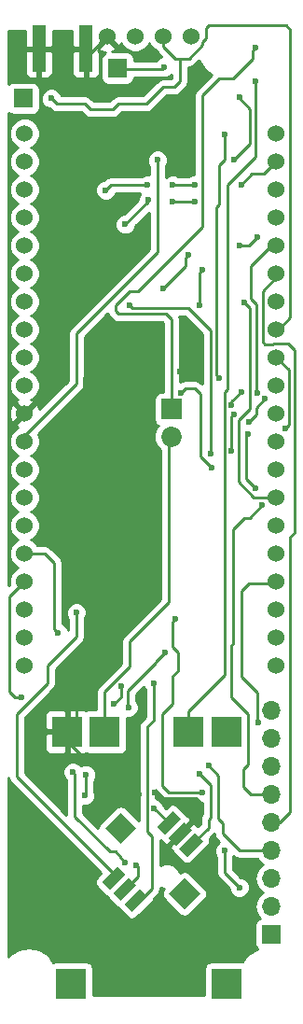
<source format=gbr>
G04 #@! TF.FileFunction,Copper,L1,Top,Signal*
%FSLAX46Y46*%
G04 Gerber Fmt 4.6, Leading zero omitted, Abs format (unit mm)*
G04 Created by KiCad (PCBNEW 4.0.4-stable) date 06/30/17 00:29:43*
%MOMM*%
%LPD*%
G01*
G04 APERTURE LIST*
%ADD10C,0.100000*%
%ADD11R,1.270000X4.191000*%
%ADD12C,1.524000*%
%ADD13R,1.850000X1.850000*%
%ADD14C,1.850000*%
%ADD15R,2.800000X2.800000*%
%ADD16R,1.700000X1.700000*%
%ADD17O,1.700000X1.700000*%
%ADD18C,0.600000*%
%ADD19C,0.250000*%
%ADD20C,0.254000*%
G04 APERTURE END LIST*
D10*
D11*
X56781700Y-49339500D03*
X61074300Y-49339500D03*
D12*
X62992000Y-48260000D03*
X65532000Y-48260000D03*
X68072000Y-48260000D03*
X70612000Y-48260000D03*
D13*
X68834000Y-82042000D03*
D14*
X68834000Y-84542000D03*
D10*
G36*
X70268688Y-122628035D02*
X69561581Y-121920928D01*
X70975794Y-120506715D01*
X71682901Y-121213822D01*
X70268688Y-122628035D01*
X70268688Y-122628035D01*
G37*
G36*
X69261060Y-121620408D02*
X68553953Y-120913301D01*
X69968166Y-119499088D01*
X70675273Y-120206195D01*
X69261060Y-121620408D01*
X69261060Y-121620408D01*
G37*
G36*
X68253433Y-120612780D02*
X67546326Y-119905673D01*
X68960539Y-118491460D01*
X69667646Y-119198567D01*
X68253433Y-120612780D01*
X68253433Y-120612780D01*
G37*
G36*
X63232975Y-125633239D02*
X62525868Y-124926132D01*
X63940081Y-123511919D01*
X64647188Y-124219026D01*
X63232975Y-125633239D01*
X63232975Y-125633239D01*
G37*
G36*
X65248229Y-127648493D02*
X64541122Y-126941386D01*
X65955335Y-125527173D01*
X66662442Y-126234280D01*
X65248229Y-127648493D01*
X65248229Y-127648493D01*
G37*
G36*
X64240602Y-126640866D02*
X63533495Y-125933759D01*
X64947708Y-124519546D01*
X65654815Y-125226653D01*
X64240602Y-126640866D01*
X64240602Y-126640866D01*
G37*
G36*
X70021200Y-127401006D02*
X68606986Y-125986792D01*
X70021200Y-124572578D01*
X71435414Y-125986792D01*
X70021200Y-127401006D01*
X70021200Y-127401006D01*
G37*
G36*
X64222924Y-121461309D02*
X62808710Y-120047095D01*
X64222924Y-118632881D01*
X65637138Y-120047095D01*
X64222924Y-121461309D01*
X64222924Y-121461309D01*
G37*
D12*
X55499000Y-57023000D03*
X55499000Y-59563000D03*
X55499000Y-62103000D03*
X55499000Y-64643000D03*
X55499000Y-67183000D03*
X55499000Y-69723000D03*
X55499000Y-72263000D03*
X55499000Y-74803000D03*
X55499000Y-77343000D03*
X55499000Y-79883000D03*
X55499000Y-82423000D03*
X55499000Y-84963000D03*
X55499000Y-87503000D03*
X55499000Y-90043000D03*
X55499000Y-92583000D03*
X55499000Y-95123000D03*
X55499000Y-97663000D03*
X55499000Y-100203000D03*
X55499000Y-102743000D03*
X55499000Y-105283000D03*
X78359000Y-57023000D03*
X78359000Y-59563000D03*
X78359000Y-62103000D03*
X78359000Y-64643000D03*
X78359000Y-67183000D03*
X78359000Y-69723000D03*
X78359000Y-72263000D03*
X78359000Y-74803000D03*
X78359000Y-77343000D03*
X78359000Y-79883000D03*
X78359000Y-82423000D03*
X78359000Y-84963000D03*
X78359000Y-87503000D03*
X78359000Y-90043000D03*
X78359000Y-92583000D03*
X78359000Y-95123000D03*
X78359000Y-97663000D03*
X78359000Y-100203000D03*
X78359000Y-102743000D03*
X78359000Y-105283000D03*
D15*
X62765000Y-111290000D03*
X70365000Y-111290000D03*
X59365000Y-111290000D03*
X73865000Y-111290000D03*
X59665000Y-134190000D03*
X73865000Y-134190000D03*
D16*
X77914500Y-129667000D03*
D17*
X77914500Y-127127000D03*
X77914500Y-124587000D03*
X77914500Y-122047000D03*
X77914500Y-119507000D03*
X77914500Y-116967000D03*
X77914500Y-114427000D03*
X77914500Y-111887000D03*
X77914500Y-109347000D03*
D16*
X63944500Y-51117500D03*
X55372000Y-53848000D03*
D18*
X71501000Y-78803500D03*
X69596000Y-78613000D03*
X66865500Y-78613000D03*
X60896500Y-80772000D03*
X62293500Y-95504000D03*
X65849500Y-116967000D03*
X67310000Y-116840000D03*
X61722000Y-53848000D03*
X72199500Y-114363500D03*
X67564000Y-59436000D03*
X57912000Y-53848000D03*
X68199000Y-50990500D03*
X76454000Y-49276000D03*
X60198000Y-100457000D03*
X65659000Y-123380500D03*
X71628000Y-116776500D03*
X69151500Y-101092000D03*
X64262000Y-107188000D03*
X63627000Y-108775500D03*
X55245000Y-108204000D03*
X67246500Y-106934000D03*
X58547000Y-102362000D03*
X71374000Y-115125500D03*
X67246500Y-118237000D03*
X60960000Y-117094000D03*
X61087000Y-115189000D03*
X64960500Y-109093000D03*
X68262500Y-104140000D03*
X76454000Y-52324000D03*
X76644500Y-66421000D03*
X74993500Y-67183000D03*
X71628000Y-69405500D03*
X71374000Y-72644000D03*
X75184000Y-61658500D03*
X70993000Y-63182500D03*
X68897500Y-63246000D03*
X66738500Y-63055500D03*
X64643000Y-65278000D03*
X74993500Y-53721000D03*
X74485500Y-59436000D03*
X70993000Y-61658500D03*
X68961000Y-61722000D03*
X66675000Y-61722000D03*
X62865000Y-62166500D03*
X77343000Y-81089500D03*
X75882500Y-83185000D03*
X74485500Y-82486500D03*
X74295000Y-85788500D03*
X79184500Y-83756500D03*
X72453500Y-87376000D03*
X69659500Y-80581500D03*
X70358000Y-68072000D03*
X68072000Y-71120000D03*
X73660000Y-57150000D03*
X73152000Y-79248000D03*
X72390000Y-86106000D03*
X65024000Y-72644000D03*
X75438000Y-72390000D03*
X76644500Y-80581500D03*
X75184000Y-80454500D03*
X74295000Y-81661000D03*
X75755500Y-84264500D03*
X76454000Y-89217500D03*
X77089000Y-90741500D03*
X76708000Y-110490000D03*
X73660000Y-122047000D03*
X74993500Y-125412500D03*
X64643000Y-123126500D03*
X59880500Y-114935000D03*
D19*
X71501000Y-78803500D02*
X71310500Y-78613000D01*
X71310500Y-78613000D02*
X69596000Y-78613000D01*
X66865500Y-78613000D02*
X66738500Y-78486000D01*
X66738500Y-78486000D02*
X61595000Y-78486000D01*
X61595000Y-78486000D02*
X60896500Y-79184500D01*
X60896500Y-79184500D02*
X60896500Y-80772000D01*
X60198000Y-108775500D02*
X60198000Y-110457000D01*
X61912500Y-107061000D02*
X60198000Y-108775500D01*
X61912500Y-95885000D02*
X61912500Y-107061000D01*
X62293500Y-95504000D02*
X61912500Y-95885000D01*
X60198000Y-110457000D02*
X59365000Y-111290000D01*
X59365000Y-111290000D02*
X59365000Y-112133500D01*
X59365000Y-112133500D02*
X64198500Y-116967000D01*
X64198500Y-116967000D02*
X65849500Y-116967000D01*
X67310000Y-116840000D02*
X67754500Y-117284500D01*
X67754500Y-117284500D02*
X71056500Y-117284500D01*
X71056500Y-117284500D02*
X71437500Y-117665500D01*
X71437500Y-117665500D02*
X71437500Y-118736861D01*
X71437500Y-118736861D02*
X69614613Y-120559748D01*
X60706000Y-52324000D02*
X60706000Y-52832000D01*
X60706000Y-52832000D02*
X61722000Y-53848000D01*
X56781700Y-49339500D02*
X56781700Y-52209700D01*
X61074300Y-51955700D02*
X61074300Y-50177700D01*
X60198000Y-52832000D02*
X60706000Y-52324000D01*
X60706000Y-52324000D02*
X61074300Y-51955700D01*
X57404000Y-52832000D02*
X60198000Y-52832000D01*
X56781700Y-52209700D02*
X57404000Y-52832000D01*
X61074300Y-50177700D02*
X62992000Y-48260000D01*
X74993500Y-122047000D02*
X77914500Y-122047000D01*
X73469500Y-120523000D02*
X74993500Y-122047000D01*
X73469500Y-119570500D02*
X73469500Y-120523000D01*
X73088500Y-119189500D02*
X73469500Y-119570500D01*
X73088500Y-115252500D02*
X73088500Y-119189500D01*
X72199500Y-114363500D02*
X73088500Y-115252500D01*
X55499000Y-84963000D02*
X55499000Y-84455000D01*
X55499000Y-84455000D02*
X60198000Y-79756000D01*
X60198000Y-79756000D02*
X60198000Y-75184000D01*
X60198000Y-75184000D02*
X67564000Y-67818000D01*
X67564000Y-67818000D02*
X67564000Y-59436000D01*
X69596000Y-52324000D02*
X69596000Y-50228500D01*
X69088000Y-52832000D02*
X69596000Y-52324000D01*
X68072000Y-52832000D02*
X69088000Y-52832000D01*
X66548000Y-54356000D02*
X68072000Y-52832000D01*
X64008000Y-54356000D02*
X66548000Y-54356000D01*
X63500000Y-54864000D02*
X64008000Y-54356000D01*
X61468000Y-54864000D02*
X63500000Y-54864000D01*
X60960000Y-54356000D02*
X61468000Y-54864000D01*
X58420000Y-54356000D02*
X60960000Y-54356000D01*
X57912000Y-53848000D02*
X58420000Y-54356000D01*
X78359000Y-74803000D02*
X78549500Y-74803000D01*
X78549500Y-74803000D02*
X79629000Y-73723500D01*
X79629000Y-73723500D02*
X79629000Y-47625000D01*
X79629000Y-47625000D02*
X79248000Y-47244000D01*
X79248000Y-47244000D02*
X72199500Y-47244000D01*
X72199500Y-47244000D02*
X71945500Y-47498000D01*
X71945500Y-47498000D02*
X71945500Y-48387000D01*
X71945500Y-48387000D02*
X71628000Y-48704500D01*
X71628000Y-48704500D02*
X71628000Y-49022000D01*
X71628000Y-49022000D02*
X70421500Y-50228500D01*
X70421500Y-50228500D02*
X69596000Y-50228500D01*
X69596000Y-50228500D02*
X69151500Y-50228500D01*
X69151500Y-50228500D02*
X68072000Y-49149000D01*
X68072000Y-49149000D02*
X68072000Y-48260000D01*
X68008500Y-51181000D02*
X64008000Y-51181000D01*
X68199000Y-50990500D02*
X68008500Y-51181000D01*
X64008000Y-51181000D02*
X63944500Y-51117500D01*
X68834000Y-82042000D02*
X68834000Y-73914000D01*
X76200000Y-49530000D02*
X76454000Y-49276000D01*
X76200000Y-50292000D02*
X76200000Y-49530000D01*
X74422000Y-52070000D02*
X76200000Y-50292000D01*
X73152000Y-52070000D02*
X74422000Y-52070000D01*
X71628000Y-53594000D02*
X73152000Y-52070000D01*
X71628000Y-65532000D02*
X71628000Y-53594000D01*
X65786000Y-71374000D02*
X71628000Y-65532000D01*
X65024000Y-71374000D02*
X65786000Y-71374000D01*
X63754000Y-72644000D02*
X65024000Y-71374000D01*
X63754000Y-73152000D02*
X63754000Y-72644000D01*
X64008000Y-73406000D02*
X63754000Y-73152000D01*
X68326000Y-73406000D02*
X64008000Y-73406000D01*
X68834000Y-73914000D02*
X68326000Y-73406000D01*
X62765000Y-111290000D02*
X62765000Y-107669000D01*
X68580000Y-99568000D02*
X68580000Y-84796000D01*
X65024000Y-103124000D02*
X68580000Y-99568000D01*
X65024000Y-105410000D02*
X65024000Y-103124000D01*
X62765000Y-107669000D02*
X65024000Y-105410000D01*
X68580000Y-84796000D02*
X68834000Y-84542000D01*
X63586528Y-124572579D02*
X63586528Y-124165528D01*
X63586528Y-124165528D02*
X54800500Y-115379500D01*
X54800500Y-115379500D02*
X54800500Y-109664500D01*
X54800500Y-109664500D02*
X57594500Y-106870500D01*
X57594500Y-106870500D02*
X57594500Y-105283000D01*
X57594500Y-105283000D02*
X60198000Y-102679500D01*
X60198000Y-102679500D02*
X60198000Y-100457000D01*
X65786000Y-124388361D02*
X64594155Y-125580206D01*
X65786000Y-123507500D02*
X65786000Y-124388361D01*
X65659000Y-123380500D02*
X65786000Y-123507500D01*
X68580000Y-116776500D02*
X71628000Y-116776500D01*
X68008500Y-116205000D02*
X68580000Y-116776500D01*
X68008500Y-109728000D02*
X68008500Y-116205000D01*
X68961000Y-108775500D02*
X68008500Y-109728000D01*
X68961000Y-106235500D02*
X68961000Y-108775500D01*
X69405500Y-105791000D02*
X68961000Y-106235500D01*
X69405500Y-104076500D02*
X69405500Y-105791000D01*
X68961000Y-103632000D02*
X69405500Y-104076500D01*
X68961000Y-101282500D02*
X68961000Y-103632000D01*
X69151500Y-101092000D02*
X68961000Y-101282500D01*
X55499000Y-97663000D02*
X54102000Y-99060000D01*
X64262000Y-108140500D02*
X64262000Y-107188000D01*
X63627000Y-108775500D02*
X64262000Y-108140500D01*
X54610000Y-108204000D02*
X55245000Y-108204000D01*
X54102000Y-107696000D02*
X54610000Y-108204000D01*
X54102000Y-99060000D02*
X54102000Y-107696000D01*
X65601782Y-126587833D02*
X66007667Y-126587833D01*
X66007667Y-126587833D02*
X67056000Y-125539500D01*
X67056000Y-125539500D02*
X67056000Y-120777000D01*
X67056000Y-120777000D02*
X66611500Y-120332500D01*
X66611500Y-120332500D02*
X66611500Y-110871000D01*
X66611500Y-110871000D02*
X67246500Y-110236000D01*
X67246500Y-110236000D02*
X67246500Y-106934000D01*
X57340500Y-95123000D02*
X55499000Y-95123000D01*
X58166000Y-95948500D02*
X57340500Y-95123000D01*
X58166000Y-101981000D02*
X58166000Y-95948500D01*
X58547000Y-102362000D02*
X58166000Y-101981000D01*
X71374000Y-115125500D02*
X72390000Y-116141500D01*
X72390000Y-116141500D02*
X72390000Y-119062500D01*
X72390000Y-119062500D02*
X72199500Y-119253000D01*
X72199500Y-119253000D02*
X72199500Y-119990116D01*
X72199500Y-119990116D02*
X70622241Y-121567375D01*
X68606986Y-119552120D02*
X68561620Y-119552120D01*
X68561620Y-119552120D02*
X67246500Y-118237000D01*
X60960000Y-117094000D02*
X61087000Y-116967000D01*
X61087000Y-116967000D02*
X61087000Y-115189000D01*
X64960500Y-109093000D02*
X64897000Y-109029500D01*
X64897000Y-109029500D02*
X64897000Y-107569000D01*
X64897000Y-107569000D02*
X67437000Y-105029000D01*
X67437000Y-105029000D02*
X67437000Y-104965500D01*
X67437000Y-104965500D02*
X68262500Y-104140000D01*
X70365000Y-111290000D02*
X70365000Y-109467000D01*
X76454000Y-59182000D02*
X76454000Y-52324000D01*
X73914000Y-61722000D02*
X76454000Y-59182000D01*
X73914000Y-80264000D02*
X73914000Y-61722000D01*
X73660000Y-80518000D02*
X73914000Y-80264000D01*
X73660000Y-106172000D02*
X73660000Y-80518000D01*
X70365000Y-109467000D02*
X73660000Y-106172000D01*
X76644500Y-66421000D02*
X75882500Y-67183000D01*
X75882500Y-67183000D02*
X74993500Y-67183000D01*
X71628000Y-69405500D02*
X71374000Y-69659500D01*
X71374000Y-69659500D02*
X71374000Y-72644000D01*
X77216000Y-60706000D02*
X78359000Y-59563000D01*
X76136500Y-60706000D02*
X77216000Y-60706000D01*
X75184000Y-61658500D02*
X76136500Y-60706000D01*
X68961000Y-63182500D02*
X70993000Y-63182500D01*
X68897500Y-63246000D02*
X68961000Y-63182500D01*
X66738500Y-63182500D02*
X66738500Y-63055500D01*
X64643000Y-65278000D02*
X66738500Y-63182500D01*
X74993500Y-53848000D02*
X74993500Y-53721000D01*
X75946000Y-54800500D02*
X74993500Y-53848000D01*
X75946000Y-57975500D02*
X75946000Y-54800500D01*
X74485500Y-59436000D02*
X75946000Y-57975500D01*
X69024500Y-61658500D02*
X70993000Y-61658500D01*
X68961000Y-61722000D02*
X69024500Y-61658500D01*
X63309500Y-61722000D02*
X66675000Y-61722000D01*
X62865000Y-62166500D02*
X63309500Y-61722000D01*
X77343000Y-81089500D02*
X76517500Y-81915000D01*
X76517500Y-81915000D02*
X76517500Y-82550000D01*
X76517500Y-82550000D02*
X75882500Y-83185000D01*
X74485500Y-82486500D02*
X74295000Y-82677000D01*
X74295000Y-82677000D02*
X74295000Y-85788500D01*
X79502000Y-78486000D02*
X78359000Y-77343000D01*
X79502000Y-83439000D02*
X79502000Y-78486000D01*
X79184500Y-83756500D02*
X79502000Y-83439000D01*
X71437500Y-86360000D02*
X72453500Y-87376000D01*
X71437500Y-80645000D02*
X71437500Y-86360000D01*
X70929500Y-80137000D02*
X71437500Y-80645000D01*
X70104000Y-80137000D02*
X70929500Y-80137000D01*
X69659500Y-80581500D02*
X70104000Y-80137000D01*
X70104000Y-68326000D02*
X70358000Y-68072000D01*
X70104000Y-69088000D02*
X70104000Y-68326000D01*
X68072000Y-71120000D02*
X70104000Y-69088000D01*
X73660000Y-59436000D02*
X73660000Y-57150000D01*
X73152000Y-59944000D02*
X73660000Y-59436000D01*
X73152000Y-63500000D02*
X73152000Y-59944000D01*
X72898000Y-63754000D02*
X73152000Y-63500000D01*
X72898000Y-78994000D02*
X72898000Y-63754000D01*
X73152000Y-79248000D02*
X72898000Y-78994000D01*
X72390000Y-74930000D02*
X72390000Y-86106000D01*
X70358000Y-72898000D02*
X72390000Y-74930000D01*
X65278000Y-72898000D02*
X70358000Y-72898000D01*
X65024000Y-72644000D02*
X65278000Y-72898000D01*
X76327000Y-90043000D02*
X78359000Y-90043000D01*
X74930000Y-88646000D02*
X76327000Y-90043000D01*
X74930000Y-83058000D02*
X74930000Y-88646000D01*
X75946000Y-82042000D02*
X74930000Y-83058000D01*
X75946000Y-72898000D02*
X75946000Y-82042000D01*
X75438000Y-72390000D02*
X75946000Y-72898000D01*
X78359000Y-67183000D02*
X77914500Y-67183000D01*
X77914500Y-67183000D02*
X76009500Y-69088000D01*
X76009500Y-69088000D02*
X76009500Y-72009000D01*
X76009500Y-72009000D02*
X76517500Y-72517000D01*
X76517500Y-72517000D02*
X76517500Y-80454500D01*
X76517500Y-80454500D02*
X76644500Y-80581500D01*
X75184000Y-80454500D02*
X74295000Y-81343500D01*
X74295000Y-81343500D02*
X74295000Y-81661000D01*
X75755500Y-84264500D02*
X75628500Y-84391500D01*
X75628500Y-84391500D02*
X75628500Y-88392000D01*
X75628500Y-88392000D02*
X76454000Y-89217500D01*
X77089000Y-90741500D02*
X75946000Y-91884500D01*
X75946000Y-91884500D02*
X75438000Y-91884500D01*
X75438000Y-91884500D02*
X74422000Y-92900500D01*
X74422000Y-92900500D02*
X74422000Y-103314500D01*
X74422000Y-103314500D02*
X74295000Y-103441500D01*
X74295000Y-103441500D02*
X74295000Y-108204000D01*
X74295000Y-108204000D02*
X75819000Y-109728000D01*
X75819000Y-109728000D02*
X75819000Y-114236500D01*
X75819000Y-114236500D02*
X75374500Y-114681000D01*
X75374500Y-114681000D02*
X75374500Y-116268500D01*
X75374500Y-116268500D02*
X76073000Y-116967000D01*
X76073000Y-116967000D02*
X77914500Y-116967000D01*
X78359000Y-69723000D02*
X78359000Y-70104000D01*
X78359000Y-70104000D02*
X77152500Y-71310500D01*
X77152500Y-71310500D02*
X77152500Y-73469500D01*
X77152500Y-73469500D02*
X77152500Y-75946000D01*
X77152500Y-75946000D02*
X77343000Y-76136500D01*
X77343000Y-76136500D02*
X78041500Y-76136500D01*
X78041500Y-76136500D02*
X78105000Y-76073000D01*
X78105000Y-76073000D02*
X79438500Y-76073000D01*
X79438500Y-76073000D02*
X80010000Y-76644500D01*
X80010000Y-76644500D02*
X80010000Y-93218000D01*
X80010000Y-93218000D02*
X79565500Y-93662500D01*
X79565500Y-93662500D02*
X79565500Y-118618000D01*
X79565500Y-118618000D02*
X78676500Y-119507000D01*
X78676500Y-119507000D02*
X77914500Y-119507000D01*
X75882500Y-97853500D02*
X78168500Y-97853500D01*
X75184000Y-98552000D02*
X75882500Y-97853500D01*
X75184000Y-101727000D02*
X75184000Y-98552000D01*
X75184000Y-106299000D02*
X75184000Y-101727000D01*
X76644500Y-107759500D02*
X75184000Y-106299000D01*
X76644500Y-110426500D02*
X76644500Y-107759500D01*
X76708000Y-110490000D02*
X76644500Y-110426500D01*
X73660000Y-124079000D02*
X73660000Y-122047000D01*
X74993500Y-125412500D02*
X73660000Y-124079000D01*
X78168500Y-97853500D02*
X78359000Y-97663000D01*
X64198500Y-122682000D02*
X64643000Y-123126500D01*
X64198500Y-122618500D02*
X64198500Y-122682000D01*
X63754000Y-122174000D02*
X64198500Y-122618500D01*
X63246000Y-122174000D02*
X63754000Y-122174000D01*
X60071000Y-118999000D02*
X63246000Y-122174000D01*
X60071000Y-115125500D02*
X60071000Y-118999000D01*
X59880500Y-114935000D02*
X60071000Y-115125500D01*
D20*
G36*
X54098352Y-115670339D02*
X54263099Y-115916901D01*
X62441290Y-124095092D01*
X62068059Y-124468323D01*
X61932974Y-124666026D01*
X61878490Y-124917188D01*
X61926014Y-125169759D01*
X62068059Y-125383941D01*
X62775166Y-126091048D01*
X62960253Y-126217513D01*
X63075686Y-126391568D01*
X63782793Y-127098675D01*
X63967880Y-127225140D01*
X64083313Y-127399195D01*
X64790420Y-128106302D01*
X64988123Y-128241387D01*
X65239285Y-128295871D01*
X65491856Y-128248347D01*
X65706038Y-128106302D01*
X67120251Y-126692089D01*
X67255336Y-126494386D01*
X67277337Y-126392965D01*
X67593401Y-126076901D01*
X67758148Y-125830339D01*
X67816000Y-125539500D01*
X67816000Y-125423859D01*
X68131494Y-125554863D01*
X68014092Y-125726686D01*
X67959608Y-125977848D01*
X68007132Y-126230419D01*
X68149177Y-126444601D01*
X69563391Y-127858815D01*
X69761094Y-127993900D01*
X70012256Y-128048384D01*
X70264827Y-128000860D01*
X70479009Y-127858815D01*
X71893223Y-126444601D01*
X72028308Y-126246898D01*
X72082792Y-125995736D01*
X72035268Y-125743165D01*
X71893223Y-125528983D01*
X70479009Y-124114769D01*
X70281306Y-123979684D01*
X70030144Y-123925200D01*
X69777573Y-123972724D01*
X69589192Y-124097658D01*
X69435390Y-123725430D01*
X69102335Y-123391793D01*
X68666955Y-123211008D01*
X68195533Y-123210596D01*
X67816000Y-123367416D01*
X67816000Y-121084511D01*
X67985532Y-121200348D01*
X68015625Y-121273000D01*
X68194254Y-121451628D01*
X68256438Y-121513812D01*
X68480944Y-121513812D01*
X69435008Y-120559748D01*
X69420865Y-120545606D01*
X69600471Y-120366000D01*
X69614613Y-120380143D01*
X70568677Y-119426079D01*
X70568677Y-119201573D01*
X70506493Y-119139389D01*
X70327865Y-118960760D01*
X70249959Y-118928491D01*
X70125455Y-118740758D01*
X69418348Y-118033651D01*
X69220645Y-117898566D01*
X68969483Y-117844082D01*
X68716912Y-117891606D01*
X68502730Y-118033651D01*
X68310342Y-118226040D01*
X68181622Y-118097320D01*
X68181662Y-118051833D01*
X68039617Y-117708057D01*
X67776827Y-117444808D01*
X67433299Y-117302162D01*
X67371500Y-117302108D01*
X67371500Y-116593340D01*
X67471099Y-116742401D01*
X68042599Y-117313901D01*
X68289161Y-117478648D01*
X68580000Y-117536500D01*
X71065537Y-117536500D01*
X71097673Y-117568692D01*
X71441201Y-117711338D01*
X71630000Y-117711502D01*
X71630000Y-118763639D01*
X71497352Y-118962161D01*
X71439500Y-119253000D01*
X71439500Y-119675314D01*
X71229627Y-119885187D01*
X71213601Y-119846496D01*
X71034972Y-119667868D01*
X70972788Y-119605684D01*
X70748282Y-119605684D01*
X69794218Y-120559748D01*
X69808361Y-120573890D01*
X69628755Y-120753496D01*
X69614613Y-120739353D01*
X68660549Y-121693417D01*
X68660549Y-121917923D01*
X68722733Y-121980107D01*
X68901361Y-122158736D01*
X68979269Y-122191006D01*
X69103772Y-122378737D01*
X69810879Y-123085844D01*
X70008582Y-123220929D01*
X70259744Y-123275413D01*
X70512315Y-123227889D01*
X70726497Y-123085844D01*
X72140710Y-121671631D01*
X72275795Y-121473928D01*
X72330279Y-121222766D01*
X72284571Y-120979847D01*
X72714796Y-120549622D01*
X72767352Y-120813839D01*
X72932099Y-121060401D01*
X73128317Y-121256619D01*
X72867808Y-121516673D01*
X72725162Y-121860201D01*
X72724838Y-122232167D01*
X72866883Y-122575943D01*
X72900000Y-122609118D01*
X72900000Y-124079000D01*
X72957852Y-124369839D01*
X73122599Y-124616401D01*
X74058378Y-125552180D01*
X74058338Y-125597667D01*
X74200383Y-125941443D01*
X74463173Y-126204692D01*
X74806701Y-126347338D01*
X75178667Y-126347662D01*
X75522443Y-126205617D01*
X75785692Y-125942827D01*
X75928338Y-125599299D01*
X75928662Y-125227333D01*
X75786617Y-124883557D01*
X75523827Y-124620308D01*
X75180299Y-124477662D01*
X75133423Y-124477621D01*
X74420000Y-123764198D01*
X74420000Y-122609463D01*
X74450607Y-122578909D01*
X74456099Y-122584401D01*
X74702660Y-122749148D01*
X74750914Y-122758746D01*
X74993500Y-122807000D01*
X76641546Y-122807000D01*
X76835353Y-123097054D01*
X77164526Y-123317000D01*
X76835353Y-123536946D01*
X76513446Y-124018715D01*
X76400407Y-124587000D01*
X76513446Y-125155285D01*
X76835353Y-125637054D01*
X77164526Y-125857000D01*
X76835353Y-126076946D01*
X76513446Y-126558715D01*
X76400407Y-127127000D01*
X76513446Y-127695285D01*
X76835353Y-128177054D01*
X76876952Y-128204850D01*
X76829183Y-128213838D01*
X76613059Y-128352910D01*
X76468069Y-128565110D01*
X76417060Y-128817000D01*
X76417060Y-130517000D01*
X76461338Y-130752317D01*
X76600410Y-130968441D01*
X76655365Y-131005990D01*
X76510976Y-131034711D01*
X75697954Y-131577954D01*
X75314059Y-132152495D01*
X75265000Y-132142560D01*
X72465000Y-132142560D01*
X72229683Y-132186838D01*
X72013559Y-132325910D01*
X71868569Y-132538110D01*
X71817560Y-132790000D01*
X71817560Y-135180000D01*
X61712440Y-135180000D01*
X61712440Y-132790000D01*
X61668162Y-132554683D01*
X61529090Y-132338559D01*
X61316890Y-132193569D01*
X61065000Y-132142560D01*
X58265000Y-132142560D01*
X58055627Y-132181956D01*
X57652046Y-131577954D01*
X56839024Y-131034711D01*
X55880000Y-130843949D01*
X54920976Y-131034711D01*
X54107954Y-131577954D01*
X54050000Y-131664688D01*
X54050000Y-115427259D01*
X54098352Y-115670339D01*
X54098352Y-115670339D01*
G37*
X54098352Y-115670339D02*
X54263099Y-115916901D01*
X62441290Y-124095092D01*
X62068059Y-124468323D01*
X61932974Y-124666026D01*
X61878490Y-124917188D01*
X61926014Y-125169759D01*
X62068059Y-125383941D01*
X62775166Y-126091048D01*
X62960253Y-126217513D01*
X63075686Y-126391568D01*
X63782793Y-127098675D01*
X63967880Y-127225140D01*
X64083313Y-127399195D01*
X64790420Y-128106302D01*
X64988123Y-128241387D01*
X65239285Y-128295871D01*
X65491856Y-128248347D01*
X65706038Y-128106302D01*
X67120251Y-126692089D01*
X67255336Y-126494386D01*
X67277337Y-126392965D01*
X67593401Y-126076901D01*
X67758148Y-125830339D01*
X67816000Y-125539500D01*
X67816000Y-125423859D01*
X68131494Y-125554863D01*
X68014092Y-125726686D01*
X67959608Y-125977848D01*
X68007132Y-126230419D01*
X68149177Y-126444601D01*
X69563391Y-127858815D01*
X69761094Y-127993900D01*
X70012256Y-128048384D01*
X70264827Y-128000860D01*
X70479009Y-127858815D01*
X71893223Y-126444601D01*
X72028308Y-126246898D01*
X72082792Y-125995736D01*
X72035268Y-125743165D01*
X71893223Y-125528983D01*
X70479009Y-124114769D01*
X70281306Y-123979684D01*
X70030144Y-123925200D01*
X69777573Y-123972724D01*
X69589192Y-124097658D01*
X69435390Y-123725430D01*
X69102335Y-123391793D01*
X68666955Y-123211008D01*
X68195533Y-123210596D01*
X67816000Y-123367416D01*
X67816000Y-121084511D01*
X67985532Y-121200348D01*
X68015625Y-121273000D01*
X68194254Y-121451628D01*
X68256438Y-121513812D01*
X68480944Y-121513812D01*
X69435008Y-120559748D01*
X69420865Y-120545606D01*
X69600471Y-120366000D01*
X69614613Y-120380143D01*
X70568677Y-119426079D01*
X70568677Y-119201573D01*
X70506493Y-119139389D01*
X70327865Y-118960760D01*
X70249959Y-118928491D01*
X70125455Y-118740758D01*
X69418348Y-118033651D01*
X69220645Y-117898566D01*
X68969483Y-117844082D01*
X68716912Y-117891606D01*
X68502730Y-118033651D01*
X68310342Y-118226040D01*
X68181622Y-118097320D01*
X68181662Y-118051833D01*
X68039617Y-117708057D01*
X67776827Y-117444808D01*
X67433299Y-117302162D01*
X67371500Y-117302108D01*
X67371500Y-116593340D01*
X67471099Y-116742401D01*
X68042599Y-117313901D01*
X68289161Y-117478648D01*
X68580000Y-117536500D01*
X71065537Y-117536500D01*
X71097673Y-117568692D01*
X71441201Y-117711338D01*
X71630000Y-117711502D01*
X71630000Y-118763639D01*
X71497352Y-118962161D01*
X71439500Y-119253000D01*
X71439500Y-119675314D01*
X71229627Y-119885187D01*
X71213601Y-119846496D01*
X71034972Y-119667868D01*
X70972788Y-119605684D01*
X70748282Y-119605684D01*
X69794218Y-120559748D01*
X69808361Y-120573890D01*
X69628755Y-120753496D01*
X69614613Y-120739353D01*
X68660549Y-121693417D01*
X68660549Y-121917923D01*
X68722733Y-121980107D01*
X68901361Y-122158736D01*
X68979269Y-122191006D01*
X69103772Y-122378737D01*
X69810879Y-123085844D01*
X70008582Y-123220929D01*
X70259744Y-123275413D01*
X70512315Y-123227889D01*
X70726497Y-123085844D01*
X72140710Y-121671631D01*
X72275795Y-121473928D01*
X72330279Y-121222766D01*
X72284571Y-120979847D01*
X72714796Y-120549622D01*
X72767352Y-120813839D01*
X72932099Y-121060401D01*
X73128317Y-121256619D01*
X72867808Y-121516673D01*
X72725162Y-121860201D01*
X72724838Y-122232167D01*
X72866883Y-122575943D01*
X72900000Y-122609118D01*
X72900000Y-124079000D01*
X72957852Y-124369839D01*
X73122599Y-124616401D01*
X74058378Y-125552180D01*
X74058338Y-125597667D01*
X74200383Y-125941443D01*
X74463173Y-126204692D01*
X74806701Y-126347338D01*
X75178667Y-126347662D01*
X75522443Y-126205617D01*
X75785692Y-125942827D01*
X75928338Y-125599299D01*
X75928662Y-125227333D01*
X75786617Y-124883557D01*
X75523827Y-124620308D01*
X75180299Y-124477662D01*
X75133423Y-124477621D01*
X74420000Y-123764198D01*
X74420000Y-122609463D01*
X74450607Y-122578909D01*
X74456099Y-122584401D01*
X74702660Y-122749148D01*
X74750914Y-122758746D01*
X74993500Y-122807000D01*
X76641546Y-122807000D01*
X76835353Y-123097054D01*
X77164526Y-123317000D01*
X76835353Y-123536946D01*
X76513446Y-124018715D01*
X76400407Y-124587000D01*
X76513446Y-125155285D01*
X76835353Y-125637054D01*
X77164526Y-125857000D01*
X76835353Y-126076946D01*
X76513446Y-126558715D01*
X76400407Y-127127000D01*
X76513446Y-127695285D01*
X76835353Y-128177054D01*
X76876952Y-128204850D01*
X76829183Y-128213838D01*
X76613059Y-128352910D01*
X76468069Y-128565110D01*
X76417060Y-128817000D01*
X76417060Y-130517000D01*
X76461338Y-130752317D01*
X76600410Y-130968441D01*
X76655365Y-131005990D01*
X76510976Y-131034711D01*
X75697954Y-131577954D01*
X75314059Y-132152495D01*
X75265000Y-132142560D01*
X72465000Y-132142560D01*
X72229683Y-132186838D01*
X72013559Y-132325910D01*
X71868569Y-132538110D01*
X71817560Y-132790000D01*
X71817560Y-135180000D01*
X61712440Y-135180000D01*
X61712440Y-132790000D01*
X61668162Y-132554683D01*
X61529090Y-132338559D01*
X61316890Y-132193569D01*
X61065000Y-132142560D01*
X58265000Y-132142560D01*
X58055627Y-132181956D01*
X57652046Y-131577954D01*
X56839024Y-131034711D01*
X55880000Y-130843949D01*
X54920976Y-131034711D01*
X54107954Y-131577954D01*
X54050000Y-131664688D01*
X54050000Y-115427259D01*
X54098352Y-115670339D01*
G36*
X63051852Y-73442839D02*
X63216599Y-73689401D01*
X63470599Y-73943401D01*
X63717160Y-74108148D01*
X64008000Y-74166000D01*
X68011198Y-74166000D01*
X68074000Y-74228802D01*
X68074000Y-80469560D01*
X67909000Y-80469560D01*
X67673683Y-80513838D01*
X67457559Y-80652910D01*
X67312569Y-80865110D01*
X67261560Y-81117000D01*
X67261560Y-82967000D01*
X67305838Y-83202317D01*
X67444910Y-83418441D01*
X67626874Y-83542771D01*
X67512268Y-83657177D01*
X67274272Y-84230336D01*
X67273730Y-84850942D01*
X67510725Y-85424514D01*
X67820000Y-85734329D01*
X67820000Y-99253198D01*
X64486599Y-102586599D01*
X64321852Y-102833161D01*
X64264000Y-103124000D01*
X64264000Y-105095198D01*
X62227599Y-107131599D01*
X62062852Y-107378161D01*
X62005000Y-107669000D01*
X62005000Y-109242560D01*
X61365000Y-109242560D01*
X61129683Y-109286838D01*
X61066433Y-109327538D01*
X60891310Y-109255000D01*
X59650750Y-109255000D01*
X59492000Y-109413750D01*
X59492000Y-111163000D01*
X59512000Y-111163000D01*
X59512000Y-111417000D01*
X59492000Y-111417000D01*
X59492000Y-113166250D01*
X59650750Y-113325000D01*
X60891310Y-113325000D01*
X61064541Y-113253245D01*
X61113110Y-113286431D01*
X61365000Y-113337440D01*
X64165000Y-113337440D01*
X64400317Y-113293162D01*
X64616441Y-113154090D01*
X64761431Y-112941890D01*
X64812440Y-112690000D01*
X64812440Y-110027872D01*
X65145667Y-110028162D01*
X65489443Y-109886117D01*
X65752692Y-109623327D01*
X65895338Y-109279799D01*
X65895662Y-108907833D01*
X65753617Y-108564057D01*
X65657000Y-108467271D01*
X65657000Y-107883802D01*
X66343587Y-107197215D01*
X66453383Y-107462943D01*
X66486500Y-107496118D01*
X66486500Y-109921198D01*
X66074099Y-110333599D01*
X65909352Y-110580161D01*
X65851500Y-110871000D01*
X65851500Y-119345839D01*
X64680733Y-118175072D01*
X64483030Y-118039987D01*
X64231868Y-117985503D01*
X63979297Y-118033027D01*
X63765115Y-118175072D01*
X62350901Y-119589286D01*
X62215816Y-119786989D01*
X62165543Y-120018741D01*
X60831000Y-118684198D01*
X60831000Y-118028888D01*
X61145167Y-118029162D01*
X61488943Y-117887117D01*
X61752192Y-117624327D01*
X61894838Y-117280799D01*
X61895162Y-116908833D01*
X61847000Y-116792272D01*
X61847000Y-115751463D01*
X61879192Y-115719327D01*
X62021838Y-115375799D01*
X62022162Y-115003833D01*
X61880117Y-114660057D01*
X61617327Y-114396808D01*
X61273799Y-114254162D01*
X60901833Y-114253838D01*
X60632681Y-114365049D01*
X60410827Y-114142808D01*
X60067299Y-114000162D01*
X59695333Y-113999838D01*
X59351557Y-114141883D01*
X59088308Y-114404673D01*
X58945662Y-114748201D01*
X58945338Y-115120167D01*
X59087383Y-115463943D01*
X59311000Y-115687951D01*
X59311000Y-118815198D01*
X55560500Y-115064698D01*
X55560500Y-111575750D01*
X57330000Y-111575750D01*
X57330000Y-112816309D01*
X57426673Y-113049698D01*
X57605301Y-113228327D01*
X57838690Y-113325000D01*
X59079250Y-113325000D01*
X59238000Y-113166250D01*
X59238000Y-111417000D01*
X57488750Y-111417000D01*
X57330000Y-111575750D01*
X55560500Y-111575750D01*
X55560500Y-109979302D01*
X55776111Y-109763691D01*
X57330000Y-109763691D01*
X57330000Y-111004250D01*
X57488750Y-111163000D01*
X59238000Y-111163000D01*
X59238000Y-109413750D01*
X59079250Y-109255000D01*
X57838690Y-109255000D01*
X57605301Y-109351673D01*
X57426673Y-109530302D01*
X57330000Y-109763691D01*
X55776111Y-109763691D01*
X58131901Y-107407901D01*
X58296648Y-107161339D01*
X58354500Y-106870500D01*
X58354500Y-105597802D01*
X60735401Y-103216901D01*
X60900148Y-102970339D01*
X60958000Y-102679500D01*
X60958000Y-101019463D01*
X60990192Y-100987327D01*
X61132838Y-100643799D01*
X61133162Y-100271833D01*
X60991117Y-99928057D01*
X60728327Y-99664808D01*
X60384799Y-99522162D01*
X60012833Y-99521838D01*
X59669057Y-99663883D01*
X59405808Y-99926673D01*
X59263162Y-100270201D01*
X59262838Y-100642167D01*
X59404883Y-100985943D01*
X59438000Y-101019118D01*
X59438000Y-102069953D01*
X59340117Y-101833057D01*
X59077327Y-101569808D01*
X58926000Y-101506971D01*
X58926000Y-95948500D01*
X58868148Y-95657661D01*
X58868148Y-95657660D01*
X58703401Y-95411099D01*
X57877901Y-94585599D01*
X57631339Y-94420852D01*
X57340500Y-94363000D01*
X56696531Y-94363000D01*
X56684010Y-94332697D01*
X56291370Y-93939371D01*
X56083488Y-93853051D01*
X56289303Y-93768010D01*
X56682629Y-93375370D01*
X56895757Y-92862100D01*
X56896242Y-92306339D01*
X56684010Y-91792697D01*
X56291370Y-91399371D01*
X56083488Y-91313051D01*
X56289303Y-91228010D01*
X56682629Y-90835370D01*
X56895757Y-90322100D01*
X56896242Y-89766339D01*
X56684010Y-89252697D01*
X56291370Y-88859371D01*
X56083488Y-88773051D01*
X56289303Y-88688010D01*
X56682629Y-88295370D01*
X56895757Y-87782100D01*
X56896242Y-87226339D01*
X56684010Y-86712697D01*
X56291370Y-86319371D01*
X56083488Y-86233051D01*
X56289303Y-86148010D01*
X56682629Y-85755370D01*
X56895757Y-85242100D01*
X56896242Y-84686339D01*
X56734327Y-84294475D01*
X60735401Y-80293401D01*
X60900148Y-80046839D01*
X60958000Y-79756000D01*
X60958000Y-75498802D01*
X63045566Y-73411236D01*
X63051852Y-73442839D01*
X63051852Y-73442839D01*
G37*
X63051852Y-73442839D02*
X63216599Y-73689401D01*
X63470599Y-73943401D01*
X63717160Y-74108148D01*
X64008000Y-74166000D01*
X68011198Y-74166000D01*
X68074000Y-74228802D01*
X68074000Y-80469560D01*
X67909000Y-80469560D01*
X67673683Y-80513838D01*
X67457559Y-80652910D01*
X67312569Y-80865110D01*
X67261560Y-81117000D01*
X67261560Y-82967000D01*
X67305838Y-83202317D01*
X67444910Y-83418441D01*
X67626874Y-83542771D01*
X67512268Y-83657177D01*
X67274272Y-84230336D01*
X67273730Y-84850942D01*
X67510725Y-85424514D01*
X67820000Y-85734329D01*
X67820000Y-99253198D01*
X64486599Y-102586599D01*
X64321852Y-102833161D01*
X64264000Y-103124000D01*
X64264000Y-105095198D01*
X62227599Y-107131599D01*
X62062852Y-107378161D01*
X62005000Y-107669000D01*
X62005000Y-109242560D01*
X61365000Y-109242560D01*
X61129683Y-109286838D01*
X61066433Y-109327538D01*
X60891310Y-109255000D01*
X59650750Y-109255000D01*
X59492000Y-109413750D01*
X59492000Y-111163000D01*
X59512000Y-111163000D01*
X59512000Y-111417000D01*
X59492000Y-111417000D01*
X59492000Y-113166250D01*
X59650750Y-113325000D01*
X60891310Y-113325000D01*
X61064541Y-113253245D01*
X61113110Y-113286431D01*
X61365000Y-113337440D01*
X64165000Y-113337440D01*
X64400317Y-113293162D01*
X64616441Y-113154090D01*
X64761431Y-112941890D01*
X64812440Y-112690000D01*
X64812440Y-110027872D01*
X65145667Y-110028162D01*
X65489443Y-109886117D01*
X65752692Y-109623327D01*
X65895338Y-109279799D01*
X65895662Y-108907833D01*
X65753617Y-108564057D01*
X65657000Y-108467271D01*
X65657000Y-107883802D01*
X66343587Y-107197215D01*
X66453383Y-107462943D01*
X66486500Y-107496118D01*
X66486500Y-109921198D01*
X66074099Y-110333599D01*
X65909352Y-110580161D01*
X65851500Y-110871000D01*
X65851500Y-119345839D01*
X64680733Y-118175072D01*
X64483030Y-118039987D01*
X64231868Y-117985503D01*
X63979297Y-118033027D01*
X63765115Y-118175072D01*
X62350901Y-119589286D01*
X62215816Y-119786989D01*
X62165543Y-120018741D01*
X60831000Y-118684198D01*
X60831000Y-118028888D01*
X61145167Y-118029162D01*
X61488943Y-117887117D01*
X61752192Y-117624327D01*
X61894838Y-117280799D01*
X61895162Y-116908833D01*
X61847000Y-116792272D01*
X61847000Y-115751463D01*
X61879192Y-115719327D01*
X62021838Y-115375799D01*
X62022162Y-115003833D01*
X61880117Y-114660057D01*
X61617327Y-114396808D01*
X61273799Y-114254162D01*
X60901833Y-114253838D01*
X60632681Y-114365049D01*
X60410827Y-114142808D01*
X60067299Y-114000162D01*
X59695333Y-113999838D01*
X59351557Y-114141883D01*
X59088308Y-114404673D01*
X58945662Y-114748201D01*
X58945338Y-115120167D01*
X59087383Y-115463943D01*
X59311000Y-115687951D01*
X59311000Y-118815198D01*
X55560500Y-115064698D01*
X55560500Y-111575750D01*
X57330000Y-111575750D01*
X57330000Y-112816309D01*
X57426673Y-113049698D01*
X57605301Y-113228327D01*
X57838690Y-113325000D01*
X59079250Y-113325000D01*
X59238000Y-113166250D01*
X59238000Y-111417000D01*
X57488750Y-111417000D01*
X57330000Y-111575750D01*
X55560500Y-111575750D01*
X55560500Y-109979302D01*
X55776111Y-109763691D01*
X57330000Y-109763691D01*
X57330000Y-111004250D01*
X57488750Y-111163000D01*
X59238000Y-111163000D01*
X59238000Y-109413750D01*
X59079250Y-109255000D01*
X57838690Y-109255000D01*
X57605301Y-109351673D01*
X57426673Y-109530302D01*
X57330000Y-109763691D01*
X55776111Y-109763691D01*
X58131901Y-107407901D01*
X58296648Y-107161339D01*
X58354500Y-106870500D01*
X58354500Y-105597802D01*
X60735401Y-103216901D01*
X60900148Y-102970339D01*
X60958000Y-102679500D01*
X60958000Y-101019463D01*
X60990192Y-100987327D01*
X61132838Y-100643799D01*
X61133162Y-100271833D01*
X60991117Y-99928057D01*
X60728327Y-99664808D01*
X60384799Y-99522162D01*
X60012833Y-99521838D01*
X59669057Y-99663883D01*
X59405808Y-99926673D01*
X59263162Y-100270201D01*
X59262838Y-100642167D01*
X59404883Y-100985943D01*
X59438000Y-101019118D01*
X59438000Y-102069953D01*
X59340117Y-101833057D01*
X59077327Y-101569808D01*
X58926000Y-101506971D01*
X58926000Y-95948500D01*
X58868148Y-95657661D01*
X58868148Y-95657660D01*
X58703401Y-95411099D01*
X57877901Y-94585599D01*
X57631339Y-94420852D01*
X57340500Y-94363000D01*
X56696531Y-94363000D01*
X56684010Y-94332697D01*
X56291370Y-93939371D01*
X56083488Y-93853051D01*
X56289303Y-93768010D01*
X56682629Y-93375370D01*
X56895757Y-92862100D01*
X56896242Y-92306339D01*
X56684010Y-91792697D01*
X56291370Y-91399371D01*
X56083488Y-91313051D01*
X56289303Y-91228010D01*
X56682629Y-90835370D01*
X56895757Y-90322100D01*
X56896242Y-89766339D01*
X56684010Y-89252697D01*
X56291370Y-88859371D01*
X56083488Y-88773051D01*
X56289303Y-88688010D01*
X56682629Y-88295370D01*
X56895757Y-87782100D01*
X56896242Y-87226339D01*
X56684010Y-86712697D01*
X56291370Y-86319371D01*
X56083488Y-86233051D01*
X56289303Y-86148010D01*
X56682629Y-85755370D01*
X56895757Y-85242100D01*
X56896242Y-84686339D01*
X56734327Y-84294475D01*
X60735401Y-80293401D01*
X60900148Y-80046839D01*
X60958000Y-79756000D01*
X60958000Y-75498802D01*
X63045566Y-73411236D01*
X63051852Y-73442839D01*
G36*
X55511700Y-49053750D02*
X55670450Y-49212500D01*
X56654700Y-49212500D01*
X56654700Y-49192500D01*
X56908700Y-49192500D01*
X56908700Y-49212500D01*
X57892950Y-49212500D01*
X58051700Y-49053750D01*
X58051700Y-47700000D01*
X59804300Y-47700000D01*
X59804300Y-49053750D01*
X59963050Y-49212500D01*
X60947300Y-49212500D01*
X60947300Y-49192500D01*
X61201300Y-49192500D01*
X61201300Y-49212500D01*
X61221300Y-49212500D01*
X61221300Y-49466500D01*
X61201300Y-49466500D01*
X61201300Y-51911250D01*
X61360050Y-52070000D01*
X61835609Y-52070000D01*
X62068998Y-51973327D01*
X62247627Y-51794699D01*
X62344300Y-51561310D01*
X62344300Y-49625250D01*
X62185552Y-49466502D01*
X62256298Y-49466502D01*
X62260857Y-49482397D01*
X62784302Y-49669144D01*
X62857400Y-49665485D01*
X62643059Y-49803410D01*
X62498069Y-50015610D01*
X62447060Y-50267500D01*
X62447060Y-51967500D01*
X62491338Y-52202817D01*
X62630410Y-52418941D01*
X62842610Y-52563931D01*
X63094500Y-52614940D01*
X64794500Y-52614940D01*
X65029817Y-52570662D01*
X65245941Y-52431590D01*
X65390931Y-52219390D01*
X65441940Y-51967500D01*
X65441940Y-51941000D01*
X68008500Y-51941000D01*
X68086910Y-51925403D01*
X68384167Y-51925662D01*
X68727943Y-51783617D01*
X68836000Y-51675748D01*
X68836000Y-52009198D01*
X68773198Y-52072000D01*
X68072000Y-52072000D01*
X67829414Y-52120254D01*
X67781160Y-52129852D01*
X67534599Y-52294599D01*
X66233198Y-53596000D01*
X64008000Y-53596000D01*
X63717161Y-53653852D01*
X63703720Y-53662833D01*
X63470599Y-53818599D01*
X63185198Y-54104000D01*
X61782802Y-54104000D01*
X61497401Y-53818599D01*
X61250839Y-53653852D01*
X60960000Y-53596000D01*
X58819547Y-53596000D01*
X58705117Y-53319057D01*
X58442327Y-53055808D01*
X58098799Y-52913162D01*
X57726833Y-52912838D01*
X57383057Y-53054883D01*
X57119808Y-53317673D01*
X56977162Y-53661201D01*
X56976838Y-54033167D01*
X57118883Y-54376943D01*
X57381673Y-54640192D01*
X57725201Y-54782838D01*
X57772077Y-54782879D01*
X57882599Y-54893401D01*
X58129161Y-55058148D01*
X58420000Y-55116000D01*
X60645198Y-55116000D01*
X60930599Y-55401401D01*
X61177161Y-55566148D01*
X61468000Y-55624000D01*
X63500000Y-55624000D01*
X63790839Y-55566148D01*
X64037401Y-55401401D01*
X64322802Y-55116000D01*
X66548000Y-55116000D01*
X66838839Y-55058148D01*
X67085401Y-54893401D01*
X68386802Y-53592000D01*
X69088000Y-53592000D01*
X69378839Y-53534148D01*
X69625401Y-53369401D01*
X70133401Y-52861401D01*
X70210436Y-52746110D01*
X70298148Y-52614839D01*
X70356000Y-52324000D01*
X70356000Y-50988500D01*
X70421500Y-50988500D01*
X70712339Y-50930648D01*
X70958901Y-50765901D01*
X71326638Y-50398164D01*
X71344711Y-50489024D01*
X71887954Y-51302046D01*
X72461753Y-51685445D01*
X71090599Y-53056599D01*
X70925852Y-53303161D01*
X70868000Y-53594000D01*
X70868000Y-60723390D01*
X70807833Y-60723338D01*
X70464057Y-60865383D01*
X70430882Y-60898500D01*
X69415929Y-60898500D01*
X69147799Y-60787162D01*
X68775833Y-60786838D01*
X68432057Y-60928883D01*
X68324000Y-61036752D01*
X68324000Y-59998463D01*
X68356192Y-59966327D01*
X68498838Y-59622799D01*
X68499162Y-59250833D01*
X68357117Y-58907057D01*
X68094327Y-58643808D01*
X67750799Y-58501162D01*
X67378833Y-58500838D01*
X67035057Y-58642883D01*
X66771808Y-58905673D01*
X66629162Y-59249201D01*
X66628838Y-59621167D01*
X66770883Y-59964943D01*
X66804000Y-59998118D01*
X66804000Y-60787112D01*
X66489833Y-60786838D01*
X66146057Y-60928883D01*
X66112882Y-60962000D01*
X63309500Y-60962000D01*
X63018661Y-61019852D01*
X62772099Y-61184599D01*
X62725320Y-61231378D01*
X62679833Y-61231338D01*
X62336057Y-61373383D01*
X62072808Y-61636173D01*
X61930162Y-61979701D01*
X61929838Y-62351667D01*
X62071883Y-62695443D01*
X62334673Y-62958692D01*
X62678201Y-63101338D01*
X63050167Y-63101662D01*
X63393943Y-62959617D01*
X63657192Y-62696827D01*
X63746396Y-62482000D01*
X65989556Y-62482000D01*
X65946308Y-62525173D01*
X65803662Y-62868701D01*
X65803510Y-63042688D01*
X64503320Y-64342878D01*
X64457833Y-64342838D01*
X64114057Y-64484883D01*
X63850808Y-64747673D01*
X63708162Y-65091201D01*
X63707838Y-65463167D01*
X63849883Y-65806943D01*
X64112673Y-66070192D01*
X64456201Y-66212838D01*
X64828167Y-66213162D01*
X65171943Y-66071117D01*
X65435192Y-65808327D01*
X65577838Y-65464799D01*
X65577879Y-65417923D01*
X66804000Y-64191802D01*
X66804000Y-67503198D01*
X59660599Y-74646599D01*
X59495852Y-74893161D01*
X59438000Y-75184000D01*
X59438000Y-79441198D01*
X56857869Y-82021329D01*
X56721397Y-81691857D01*
X56479213Y-81622392D01*
X55678605Y-82423000D01*
X55692748Y-82437143D01*
X55513143Y-82616748D01*
X55499000Y-82602605D01*
X54698392Y-83403213D01*
X54767857Y-83645397D01*
X54908318Y-83695509D01*
X54708697Y-83777990D01*
X54315371Y-84170630D01*
X54102243Y-84683900D01*
X54101758Y-85239661D01*
X54313990Y-85753303D01*
X54706630Y-86146629D01*
X54914512Y-86232949D01*
X54708697Y-86317990D01*
X54315371Y-86710630D01*
X54102243Y-87223900D01*
X54101758Y-87779661D01*
X54313990Y-88293303D01*
X54706630Y-88686629D01*
X54914512Y-88772949D01*
X54708697Y-88857990D01*
X54315371Y-89250630D01*
X54102243Y-89763900D01*
X54101758Y-90319661D01*
X54313990Y-90833303D01*
X54706630Y-91226629D01*
X54914512Y-91312949D01*
X54708697Y-91397990D01*
X54315371Y-91790630D01*
X54102243Y-92303900D01*
X54101758Y-92859661D01*
X54313990Y-93373303D01*
X54706630Y-93766629D01*
X54914512Y-93852949D01*
X54708697Y-93937990D01*
X54315371Y-94330630D01*
X54102243Y-94843900D01*
X54101758Y-95399661D01*
X54313990Y-95913303D01*
X54706630Y-96306629D01*
X54914512Y-96392949D01*
X54708697Y-96477990D01*
X54315371Y-96870630D01*
X54102243Y-97383900D01*
X54101758Y-97939661D01*
X54115143Y-97972055D01*
X54050000Y-98037198D01*
X54050000Y-82215302D01*
X54089856Y-82215302D01*
X54117638Y-82770368D01*
X54276603Y-83154143D01*
X54518787Y-83223608D01*
X55319395Y-82423000D01*
X54518787Y-81622392D01*
X54276603Y-81691857D01*
X54089856Y-82215302D01*
X54050000Y-82215302D01*
X54050000Y-57299661D01*
X54101758Y-57299661D01*
X54313990Y-57813303D01*
X54706630Y-58206629D01*
X54914512Y-58292949D01*
X54708697Y-58377990D01*
X54315371Y-58770630D01*
X54102243Y-59283900D01*
X54101758Y-59839661D01*
X54313990Y-60353303D01*
X54706630Y-60746629D01*
X54914512Y-60832949D01*
X54708697Y-60917990D01*
X54315371Y-61310630D01*
X54102243Y-61823900D01*
X54101758Y-62379661D01*
X54313990Y-62893303D01*
X54706630Y-63286629D01*
X54914512Y-63372949D01*
X54708697Y-63457990D01*
X54315371Y-63850630D01*
X54102243Y-64363900D01*
X54101758Y-64919661D01*
X54313990Y-65433303D01*
X54706630Y-65826629D01*
X54914512Y-65912949D01*
X54708697Y-65997990D01*
X54315371Y-66390630D01*
X54102243Y-66903900D01*
X54101758Y-67459661D01*
X54313990Y-67973303D01*
X54706630Y-68366629D01*
X54914512Y-68452949D01*
X54708697Y-68537990D01*
X54315371Y-68930630D01*
X54102243Y-69443900D01*
X54101758Y-69999661D01*
X54313990Y-70513303D01*
X54706630Y-70906629D01*
X54914512Y-70992949D01*
X54708697Y-71077990D01*
X54315371Y-71470630D01*
X54102243Y-71983900D01*
X54101758Y-72539661D01*
X54313990Y-73053303D01*
X54706630Y-73446629D01*
X54914512Y-73532949D01*
X54708697Y-73617990D01*
X54315371Y-74010630D01*
X54102243Y-74523900D01*
X54101758Y-75079661D01*
X54313990Y-75593303D01*
X54706630Y-75986629D01*
X54914512Y-76072949D01*
X54708697Y-76157990D01*
X54315371Y-76550630D01*
X54102243Y-77063900D01*
X54101758Y-77619661D01*
X54313990Y-78133303D01*
X54706630Y-78526629D01*
X54914512Y-78612949D01*
X54708697Y-78697990D01*
X54315371Y-79090630D01*
X54102243Y-79603900D01*
X54101758Y-80159661D01*
X54313990Y-80673303D01*
X54706630Y-81066629D01*
X54898727Y-81146395D01*
X54767857Y-81200603D01*
X54698392Y-81442787D01*
X55499000Y-82243395D01*
X56299608Y-81442787D01*
X56230143Y-81200603D01*
X56089682Y-81150491D01*
X56289303Y-81068010D01*
X56682629Y-80675370D01*
X56895757Y-80162100D01*
X56896242Y-79606339D01*
X56684010Y-79092697D01*
X56291370Y-78699371D01*
X56083488Y-78613051D01*
X56289303Y-78528010D01*
X56682629Y-78135370D01*
X56895757Y-77622100D01*
X56896242Y-77066339D01*
X56684010Y-76552697D01*
X56291370Y-76159371D01*
X56083488Y-76073051D01*
X56289303Y-75988010D01*
X56682629Y-75595370D01*
X56895757Y-75082100D01*
X56896242Y-74526339D01*
X56684010Y-74012697D01*
X56291370Y-73619371D01*
X56083488Y-73533051D01*
X56289303Y-73448010D01*
X56682629Y-73055370D01*
X56895757Y-72542100D01*
X56896242Y-71986339D01*
X56684010Y-71472697D01*
X56291370Y-71079371D01*
X56083488Y-70993051D01*
X56289303Y-70908010D01*
X56682629Y-70515370D01*
X56895757Y-70002100D01*
X56896242Y-69446339D01*
X56684010Y-68932697D01*
X56291370Y-68539371D01*
X56083488Y-68453051D01*
X56289303Y-68368010D01*
X56682629Y-67975370D01*
X56895757Y-67462100D01*
X56896242Y-66906339D01*
X56684010Y-66392697D01*
X56291370Y-65999371D01*
X56083488Y-65913051D01*
X56289303Y-65828010D01*
X56682629Y-65435370D01*
X56895757Y-64922100D01*
X56896242Y-64366339D01*
X56684010Y-63852697D01*
X56291370Y-63459371D01*
X56083488Y-63373051D01*
X56289303Y-63288010D01*
X56682629Y-62895370D01*
X56895757Y-62382100D01*
X56896242Y-61826339D01*
X56684010Y-61312697D01*
X56291370Y-60919371D01*
X56083488Y-60833051D01*
X56289303Y-60748010D01*
X56682629Y-60355370D01*
X56895757Y-59842100D01*
X56896242Y-59286339D01*
X56684010Y-58772697D01*
X56291370Y-58379371D01*
X56083488Y-58293051D01*
X56289303Y-58208010D01*
X56682629Y-57815370D01*
X56895757Y-57302100D01*
X56896242Y-56746339D01*
X56684010Y-56232697D01*
X56291370Y-55839371D01*
X55778100Y-55626243D01*
X55222339Y-55625758D01*
X54708697Y-55837990D01*
X54315371Y-56230630D01*
X54102243Y-56743900D01*
X54101758Y-57299661D01*
X54050000Y-57299661D01*
X54050000Y-55137149D01*
X54057910Y-55149441D01*
X54270110Y-55294431D01*
X54522000Y-55345440D01*
X56222000Y-55345440D01*
X56457317Y-55301162D01*
X56673441Y-55162090D01*
X56818431Y-54949890D01*
X56869440Y-54698000D01*
X56869440Y-52998000D01*
X56825162Y-52762683D01*
X56686090Y-52546559D01*
X56473890Y-52401569D01*
X56222000Y-52350560D01*
X54522000Y-52350560D01*
X54286683Y-52394838D01*
X54070559Y-52533910D01*
X54050000Y-52563999D01*
X54050000Y-49625250D01*
X55511700Y-49625250D01*
X55511700Y-51561310D01*
X55608373Y-51794699D01*
X55787002Y-51973327D01*
X56020391Y-52070000D01*
X56495950Y-52070000D01*
X56654700Y-51911250D01*
X56654700Y-49466500D01*
X56908700Y-49466500D01*
X56908700Y-51911250D01*
X57067450Y-52070000D01*
X57543009Y-52070000D01*
X57776398Y-51973327D01*
X57955027Y-51794699D01*
X58051700Y-51561310D01*
X58051700Y-49625250D01*
X59804300Y-49625250D01*
X59804300Y-51561310D01*
X59900973Y-51794699D01*
X60079602Y-51973327D01*
X60312991Y-52070000D01*
X60788550Y-52070000D01*
X60947300Y-51911250D01*
X60947300Y-49466500D01*
X59963050Y-49466500D01*
X59804300Y-49625250D01*
X58051700Y-49625250D01*
X57892950Y-49466500D01*
X56908700Y-49466500D01*
X56654700Y-49466500D01*
X55670450Y-49466500D01*
X55511700Y-49625250D01*
X54050000Y-49625250D01*
X54050000Y-47700000D01*
X55511700Y-47700000D01*
X55511700Y-49053750D01*
X55511700Y-49053750D01*
G37*
X55511700Y-49053750D02*
X55670450Y-49212500D01*
X56654700Y-49212500D01*
X56654700Y-49192500D01*
X56908700Y-49192500D01*
X56908700Y-49212500D01*
X57892950Y-49212500D01*
X58051700Y-49053750D01*
X58051700Y-47700000D01*
X59804300Y-47700000D01*
X59804300Y-49053750D01*
X59963050Y-49212500D01*
X60947300Y-49212500D01*
X60947300Y-49192500D01*
X61201300Y-49192500D01*
X61201300Y-49212500D01*
X61221300Y-49212500D01*
X61221300Y-49466500D01*
X61201300Y-49466500D01*
X61201300Y-51911250D01*
X61360050Y-52070000D01*
X61835609Y-52070000D01*
X62068998Y-51973327D01*
X62247627Y-51794699D01*
X62344300Y-51561310D01*
X62344300Y-49625250D01*
X62185552Y-49466502D01*
X62256298Y-49466502D01*
X62260857Y-49482397D01*
X62784302Y-49669144D01*
X62857400Y-49665485D01*
X62643059Y-49803410D01*
X62498069Y-50015610D01*
X62447060Y-50267500D01*
X62447060Y-51967500D01*
X62491338Y-52202817D01*
X62630410Y-52418941D01*
X62842610Y-52563931D01*
X63094500Y-52614940D01*
X64794500Y-52614940D01*
X65029817Y-52570662D01*
X65245941Y-52431590D01*
X65390931Y-52219390D01*
X65441940Y-51967500D01*
X65441940Y-51941000D01*
X68008500Y-51941000D01*
X68086910Y-51925403D01*
X68384167Y-51925662D01*
X68727943Y-51783617D01*
X68836000Y-51675748D01*
X68836000Y-52009198D01*
X68773198Y-52072000D01*
X68072000Y-52072000D01*
X67829414Y-52120254D01*
X67781160Y-52129852D01*
X67534599Y-52294599D01*
X66233198Y-53596000D01*
X64008000Y-53596000D01*
X63717161Y-53653852D01*
X63703720Y-53662833D01*
X63470599Y-53818599D01*
X63185198Y-54104000D01*
X61782802Y-54104000D01*
X61497401Y-53818599D01*
X61250839Y-53653852D01*
X60960000Y-53596000D01*
X58819547Y-53596000D01*
X58705117Y-53319057D01*
X58442327Y-53055808D01*
X58098799Y-52913162D01*
X57726833Y-52912838D01*
X57383057Y-53054883D01*
X57119808Y-53317673D01*
X56977162Y-53661201D01*
X56976838Y-54033167D01*
X57118883Y-54376943D01*
X57381673Y-54640192D01*
X57725201Y-54782838D01*
X57772077Y-54782879D01*
X57882599Y-54893401D01*
X58129161Y-55058148D01*
X58420000Y-55116000D01*
X60645198Y-55116000D01*
X60930599Y-55401401D01*
X61177161Y-55566148D01*
X61468000Y-55624000D01*
X63500000Y-55624000D01*
X63790839Y-55566148D01*
X64037401Y-55401401D01*
X64322802Y-55116000D01*
X66548000Y-55116000D01*
X66838839Y-55058148D01*
X67085401Y-54893401D01*
X68386802Y-53592000D01*
X69088000Y-53592000D01*
X69378839Y-53534148D01*
X69625401Y-53369401D01*
X70133401Y-52861401D01*
X70210436Y-52746110D01*
X70298148Y-52614839D01*
X70356000Y-52324000D01*
X70356000Y-50988500D01*
X70421500Y-50988500D01*
X70712339Y-50930648D01*
X70958901Y-50765901D01*
X71326638Y-50398164D01*
X71344711Y-50489024D01*
X71887954Y-51302046D01*
X72461753Y-51685445D01*
X71090599Y-53056599D01*
X70925852Y-53303161D01*
X70868000Y-53594000D01*
X70868000Y-60723390D01*
X70807833Y-60723338D01*
X70464057Y-60865383D01*
X70430882Y-60898500D01*
X69415929Y-60898500D01*
X69147799Y-60787162D01*
X68775833Y-60786838D01*
X68432057Y-60928883D01*
X68324000Y-61036752D01*
X68324000Y-59998463D01*
X68356192Y-59966327D01*
X68498838Y-59622799D01*
X68499162Y-59250833D01*
X68357117Y-58907057D01*
X68094327Y-58643808D01*
X67750799Y-58501162D01*
X67378833Y-58500838D01*
X67035057Y-58642883D01*
X66771808Y-58905673D01*
X66629162Y-59249201D01*
X66628838Y-59621167D01*
X66770883Y-59964943D01*
X66804000Y-59998118D01*
X66804000Y-60787112D01*
X66489833Y-60786838D01*
X66146057Y-60928883D01*
X66112882Y-60962000D01*
X63309500Y-60962000D01*
X63018661Y-61019852D01*
X62772099Y-61184599D01*
X62725320Y-61231378D01*
X62679833Y-61231338D01*
X62336057Y-61373383D01*
X62072808Y-61636173D01*
X61930162Y-61979701D01*
X61929838Y-62351667D01*
X62071883Y-62695443D01*
X62334673Y-62958692D01*
X62678201Y-63101338D01*
X63050167Y-63101662D01*
X63393943Y-62959617D01*
X63657192Y-62696827D01*
X63746396Y-62482000D01*
X65989556Y-62482000D01*
X65946308Y-62525173D01*
X65803662Y-62868701D01*
X65803510Y-63042688D01*
X64503320Y-64342878D01*
X64457833Y-64342838D01*
X64114057Y-64484883D01*
X63850808Y-64747673D01*
X63708162Y-65091201D01*
X63707838Y-65463167D01*
X63849883Y-65806943D01*
X64112673Y-66070192D01*
X64456201Y-66212838D01*
X64828167Y-66213162D01*
X65171943Y-66071117D01*
X65435192Y-65808327D01*
X65577838Y-65464799D01*
X65577879Y-65417923D01*
X66804000Y-64191802D01*
X66804000Y-67503198D01*
X59660599Y-74646599D01*
X59495852Y-74893161D01*
X59438000Y-75184000D01*
X59438000Y-79441198D01*
X56857869Y-82021329D01*
X56721397Y-81691857D01*
X56479213Y-81622392D01*
X55678605Y-82423000D01*
X55692748Y-82437143D01*
X55513143Y-82616748D01*
X55499000Y-82602605D01*
X54698392Y-83403213D01*
X54767857Y-83645397D01*
X54908318Y-83695509D01*
X54708697Y-83777990D01*
X54315371Y-84170630D01*
X54102243Y-84683900D01*
X54101758Y-85239661D01*
X54313990Y-85753303D01*
X54706630Y-86146629D01*
X54914512Y-86232949D01*
X54708697Y-86317990D01*
X54315371Y-86710630D01*
X54102243Y-87223900D01*
X54101758Y-87779661D01*
X54313990Y-88293303D01*
X54706630Y-88686629D01*
X54914512Y-88772949D01*
X54708697Y-88857990D01*
X54315371Y-89250630D01*
X54102243Y-89763900D01*
X54101758Y-90319661D01*
X54313990Y-90833303D01*
X54706630Y-91226629D01*
X54914512Y-91312949D01*
X54708697Y-91397990D01*
X54315371Y-91790630D01*
X54102243Y-92303900D01*
X54101758Y-92859661D01*
X54313990Y-93373303D01*
X54706630Y-93766629D01*
X54914512Y-93852949D01*
X54708697Y-93937990D01*
X54315371Y-94330630D01*
X54102243Y-94843900D01*
X54101758Y-95399661D01*
X54313990Y-95913303D01*
X54706630Y-96306629D01*
X54914512Y-96392949D01*
X54708697Y-96477990D01*
X54315371Y-96870630D01*
X54102243Y-97383900D01*
X54101758Y-97939661D01*
X54115143Y-97972055D01*
X54050000Y-98037198D01*
X54050000Y-82215302D01*
X54089856Y-82215302D01*
X54117638Y-82770368D01*
X54276603Y-83154143D01*
X54518787Y-83223608D01*
X55319395Y-82423000D01*
X54518787Y-81622392D01*
X54276603Y-81691857D01*
X54089856Y-82215302D01*
X54050000Y-82215302D01*
X54050000Y-57299661D01*
X54101758Y-57299661D01*
X54313990Y-57813303D01*
X54706630Y-58206629D01*
X54914512Y-58292949D01*
X54708697Y-58377990D01*
X54315371Y-58770630D01*
X54102243Y-59283900D01*
X54101758Y-59839661D01*
X54313990Y-60353303D01*
X54706630Y-60746629D01*
X54914512Y-60832949D01*
X54708697Y-60917990D01*
X54315371Y-61310630D01*
X54102243Y-61823900D01*
X54101758Y-62379661D01*
X54313990Y-62893303D01*
X54706630Y-63286629D01*
X54914512Y-63372949D01*
X54708697Y-63457990D01*
X54315371Y-63850630D01*
X54102243Y-64363900D01*
X54101758Y-64919661D01*
X54313990Y-65433303D01*
X54706630Y-65826629D01*
X54914512Y-65912949D01*
X54708697Y-65997990D01*
X54315371Y-66390630D01*
X54102243Y-66903900D01*
X54101758Y-67459661D01*
X54313990Y-67973303D01*
X54706630Y-68366629D01*
X54914512Y-68452949D01*
X54708697Y-68537990D01*
X54315371Y-68930630D01*
X54102243Y-69443900D01*
X54101758Y-69999661D01*
X54313990Y-70513303D01*
X54706630Y-70906629D01*
X54914512Y-70992949D01*
X54708697Y-71077990D01*
X54315371Y-71470630D01*
X54102243Y-71983900D01*
X54101758Y-72539661D01*
X54313990Y-73053303D01*
X54706630Y-73446629D01*
X54914512Y-73532949D01*
X54708697Y-73617990D01*
X54315371Y-74010630D01*
X54102243Y-74523900D01*
X54101758Y-75079661D01*
X54313990Y-75593303D01*
X54706630Y-75986629D01*
X54914512Y-76072949D01*
X54708697Y-76157990D01*
X54315371Y-76550630D01*
X54102243Y-77063900D01*
X54101758Y-77619661D01*
X54313990Y-78133303D01*
X54706630Y-78526629D01*
X54914512Y-78612949D01*
X54708697Y-78697990D01*
X54315371Y-79090630D01*
X54102243Y-79603900D01*
X54101758Y-80159661D01*
X54313990Y-80673303D01*
X54706630Y-81066629D01*
X54898727Y-81146395D01*
X54767857Y-81200603D01*
X54698392Y-81442787D01*
X55499000Y-82243395D01*
X56299608Y-81442787D01*
X56230143Y-81200603D01*
X56089682Y-81150491D01*
X56289303Y-81068010D01*
X56682629Y-80675370D01*
X56895757Y-80162100D01*
X56896242Y-79606339D01*
X56684010Y-79092697D01*
X56291370Y-78699371D01*
X56083488Y-78613051D01*
X56289303Y-78528010D01*
X56682629Y-78135370D01*
X56895757Y-77622100D01*
X56896242Y-77066339D01*
X56684010Y-76552697D01*
X56291370Y-76159371D01*
X56083488Y-76073051D01*
X56289303Y-75988010D01*
X56682629Y-75595370D01*
X56895757Y-75082100D01*
X56896242Y-74526339D01*
X56684010Y-74012697D01*
X56291370Y-73619371D01*
X56083488Y-73533051D01*
X56289303Y-73448010D01*
X56682629Y-73055370D01*
X56895757Y-72542100D01*
X56896242Y-71986339D01*
X56684010Y-71472697D01*
X56291370Y-71079371D01*
X56083488Y-70993051D01*
X56289303Y-70908010D01*
X56682629Y-70515370D01*
X56895757Y-70002100D01*
X56896242Y-69446339D01*
X56684010Y-68932697D01*
X56291370Y-68539371D01*
X56083488Y-68453051D01*
X56289303Y-68368010D01*
X56682629Y-67975370D01*
X56895757Y-67462100D01*
X56896242Y-66906339D01*
X56684010Y-66392697D01*
X56291370Y-65999371D01*
X56083488Y-65913051D01*
X56289303Y-65828010D01*
X56682629Y-65435370D01*
X56895757Y-64922100D01*
X56896242Y-64366339D01*
X56684010Y-63852697D01*
X56291370Y-63459371D01*
X56083488Y-63373051D01*
X56289303Y-63288010D01*
X56682629Y-62895370D01*
X56895757Y-62382100D01*
X56896242Y-61826339D01*
X56684010Y-61312697D01*
X56291370Y-60919371D01*
X56083488Y-60833051D01*
X56289303Y-60748010D01*
X56682629Y-60355370D01*
X56895757Y-59842100D01*
X56896242Y-59286339D01*
X56684010Y-58772697D01*
X56291370Y-58379371D01*
X56083488Y-58293051D01*
X56289303Y-58208010D01*
X56682629Y-57815370D01*
X56895757Y-57302100D01*
X56896242Y-56746339D01*
X56684010Y-56232697D01*
X56291370Y-55839371D01*
X55778100Y-55626243D01*
X55222339Y-55625758D01*
X54708697Y-55837990D01*
X54315371Y-56230630D01*
X54102243Y-56743900D01*
X54101758Y-57299661D01*
X54050000Y-57299661D01*
X54050000Y-55137149D01*
X54057910Y-55149441D01*
X54270110Y-55294431D01*
X54522000Y-55345440D01*
X56222000Y-55345440D01*
X56457317Y-55301162D01*
X56673441Y-55162090D01*
X56818431Y-54949890D01*
X56869440Y-54698000D01*
X56869440Y-52998000D01*
X56825162Y-52762683D01*
X56686090Y-52546559D01*
X56473890Y-52401569D01*
X56222000Y-52350560D01*
X54522000Y-52350560D01*
X54286683Y-52394838D01*
X54070559Y-52533910D01*
X54050000Y-52563999D01*
X54050000Y-49625250D01*
X55511700Y-49625250D01*
X55511700Y-51561310D01*
X55608373Y-51794699D01*
X55787002Y-51973327D01*
X56020391Y-52070000D01*
X56495950Y-52070000D01*
X56654700Y-51911250D01*
X56654700Y-49466500D01*
X56908700Y-49466500D01*
X56908700Y-51911250D01*
X57067450Y-52070000D01*
X57543009Y-52070000D01*
X57776398Y-51973327D01*
X57955027Y-51794699D01*
X58051700Y-51561310D01*
X58051700Y-49625250D01*
X59804300Y-49625250D01*
X59804300Y-51561310D01*
X59900973Y-51794699D01*
X60079602Y-51973327D01*
X60312991Y-52070000D01*
X60788550Y-52070000D01*
X60947300Y-51911250D01*
X60947300Y-49466500D01*
X59963050Y-49466500D01*
X59804300Y-49625250D01*
X58051700Y-49625250D01*
X57892950Y-49466500D01*
X56908700Y-49466500D01*
X56654700Y-49466500D01*
X55670450Y-49466500D01*
X55511700Y-49625250D01*
X54050000Y-49625250D01*
X54050000Y-47700000D01*
X55511700Y-47700000D01*
X55511700Y-49053750D01*
G36*
X71630000Y-75244802D02*
X71630000Y-79762698D01*
X71466901Y-79599599D01*
X71220339Y-79434852D01*
X70929500Y-79377000D01*
X70104000Y-79377000D01*
X69813161Y-79434852D01*
X69594000Y-79581290D01*
X69594000Y-73914000D01*
X69543078Y-73658000D01*
X70043198Y-73658000D01*
X71630000Y-75244802D01*
X71630000Y-75244802D01*
G37*
X71630000Y-75244802D02*
X71630000Y-79762698D01*
X71466901Y-79599599D01*
X71220339Y-79434852D01*
X70929500Y-79377000D01*
X70104000Y-79377000D01*
X69813161Y-79434852D01*
X69594000Y-79581290D01*
X69594000Y-73914000D01*
X69543078Y-73658000D01*
X70043198Y-73658000D01*
X71630000Y-75244802D01*
G36*
X63185748Y-48245858D02*
X63171605Y-48260000D01*
X63972213Y-49060608D01*
X64214397Y-48991143D01*
X64264509Y-48850682D01*
X64346990Y-49050303D01*
X64739630Y-49443629D01*
X65252900Y-49656757D01*
X65808661Y-49657242D01*
X66322303Y-49445010D01*
X66715629Y-49052370D01*
X66801949Y-48844488D01*
X66886990Y-49050303D01*
X67279630Y-49443629D01*
X67408001Y-49496933D01*
X67534599Y-49686401D01*
X67935785Y-50087587D01*
X67670057Y-50197383D01*
X67446049Y-50421000D01*
X65441940Y-50421000D01*
X65441940Y-50267500D01*
X65397662Y-50032183D01*
X65258590Y-49816059D01*
X65046390Y-49671069D01*
X64794500Y-49620060D01*
X63390796Y-49620060D01*
X63723143Y-49482397D01*
X63792608Y-49240213D01*
X62992000Y-48439605D01*
X62219107Y-49212498D01*
X62185552Y-49212498D01*
X62344300Y-49053750D01*
X62344300Y-48728095D01*
X62812395Y-48260000D01*
X62798253Y-48245858D01*
X62977858Y-48066253D01*
X62992000Y-48080395D01*
X63006143Y-48066253D01*
X63185748Y-48245858D01*
X63185748Y-48245858D01*
G37*
X63185748Y-48245858D02*
X63171605Y-48260000D01*
X63972213Y-49060608D01*
X64214397Y-48991143D01*
X64264509Y-48850682D01*
X64346990Y-49050303D01*
X64739630Y-49443629D01*
X65252900Y-49656757D01*
X65808661Y-49657242D01*
X66322303Y-49445010D01*
X66715629Y-49052370D01*
X66801949Y-48844488D01*
X66886990Y-49050303D01*
X67279630Y-49443629D01*
X67408001Y-49496933D01*
X67534599Y-49686401D01*
X67935785Y-50087587D01*
X67670057Y-50197383D01*
X67446049Y-50421000D01*
X65441940Y-50421000D01*
X65441940Y-50267500D01*
X65397662Y-50032183D01*
X65258590Y-49816059D01*
X65046390Y-49671069D01*
X64794500Y-49620060D01*
X63390796Y-49620060D01*
X63723143Y-49482397D01*
X63792608Y-49240213D01*
X62992000Y-48439605D01*
X62219107Y-49212498D01*
X62185552Y-49212498D01*
X62344300Y-49053750D01*
X62344300Y-48728095D01*
X62812395Y-48260000D01*
X62798253Y-48245858D01*
X62977858Y-48066253D01*
X62992000Y-48080395D01*
X63006143Y-48066253D01*
X63185748Y-48245858D01*
M02*

</source>
